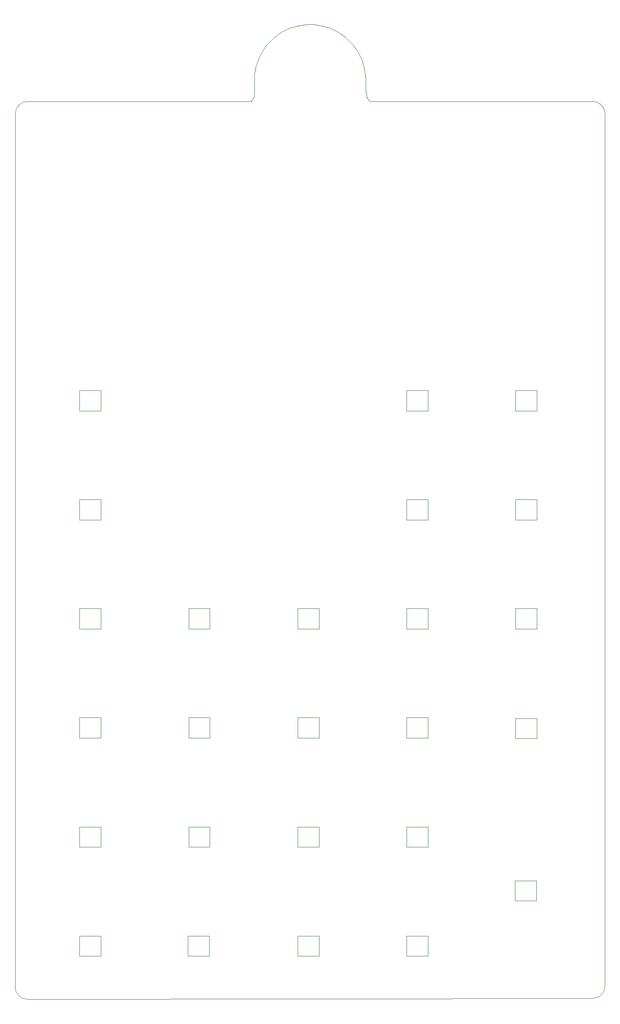
<source format=gbr>
%TF.GenerationSoftware,KiCad,Pcbnew,(5.99.0-9526-g5c17ff0595)*%
%TF.CreationDate,2021-07-05T19:36:55-05:00*%
%TF.ProjectId,Cafebabe,43616665-6261-4626-952e-6b696361645f,rev?*%
%TF.SameCoordinates,Original*%
%TF.FileFunction,Profile,NP*%
%FSLAX46Y46*%
G04 Gerber Fmt 4.6, Leading zero omitted, Abs format (unit mm)*
G04 Created by KiCad (PCBNEW (5.99.0-9526-g5c17ff0595)) date 2021-07-05 19:36:55*
%MOMM*%
%LPD*%
G01*
G04 APERTURE LIST*
%TA.AperFunction,Profile*%
%ADD10C,0.100000*%
%TD*%
%TA.AperFunction,Profile*%
%ADD11C,0.120000*%
%TD*%
G04 APERTURE END LIST*
D10*
X107450848Y-15758490D02*
X107921020Y-15624976D01*
X119859728Y-22274705D02*
X119993242Y-22744877D01*
X100339856Y-28340521D02*
X100412854Y-28120041D01*
X101090404Y-21814339D02*
X101267809Y-21364401D01*
X114692705Y-16290082D02*
X115119918Y-16508888D01*
X120701923Y-28535034D02*
X120812865Y-28705694D01*
X104857529Y-17005176D02*
X105259527Y-16747460D01*
X162944365Y-31200000D02*
X162944365Y-186344365D01*
X104469072Y-17281414D02*
X104857529Y-17005176D01*
X100934634Y-22274705D02*
X101090404Y-21814339D01*
X99807796Y-29020830D02*
X99981695Y-28885863D01*
X101685031Y-20498301D02*
X101923603Y-20083384D01*
X120377778Y-27394039D02*
X120467146Y-27897262D01*
X120942576Y-28850926D02*
X121092510Y-28968051D01*
X116325290Y-17281414D02*
X116699583Y-17575550D01*
X115534835Y-16747460D02*
X115936833Y-17005176D01*
X99981695Y-28885863D02*
X100126714Y-28725867D01*
X119328136Y-20925514D02*
X119526553Y-21364401D01*
X102181319Y-19681386D02*
X102457557Y-19292929D01*
X120305172Y-25221038D02*
X120307795Y-26296708D01*
X100540344Y-24208004D02*
X100603352Y-23712149D01*
X118336805Y-19292929D02*
X118613043Y-19681386D01*
X100489190Y-25221040D02*
X100489190Y-25221038D01*
X103735272Y-17886963D02*
X104094779Y-17575550D01*
X111906070Y-15427209D02*
X112393987Y-15514342D01*
X100526797Y-27376584D02*
X100539588Y-26836944D01*
X116699583Y-17575550D02*
X117059090Y-17886963D01*
X106101657Y-16290082D02*
X106540544Y-16091666D01*
X103391174Y-18215030D02*
X103735272Y-17886963D01*
X120292280Y-24711174D02*
X120305172Y-25221038D01*
X117731255Y-18559129D02*
X118042668Y-18918636D01*
X120328543Y-26853379D02*
X120377778Y-27394039D01*
X100245288Y-28543274D02*
X100339856Y-28340521D01*
X101923603Y-20083384D02*
X102181319Y-19681386D01*
X105259527Y-16747460D02*
X105674444Y-16508888D01*
X120608293Y-28341623D02*
X120701923Y-28535034D01*
X100801120Y-22744877D02*
X100934634Y-22274705D01*
X113343514Y-15758490D02*
X113803880Y-15914261D01*
X104094779Y-17575550D02*
X104469072Y-17281414D01*
X110907045Y-15325939D02*
X111410215Y-15364200D01*
X106540544Y-16091666D02*
X106990482Y-15914261D01*
X117403189Y-18215030D02*
X117731255Y-18559129D01*
X120307795Y-26296708D02*
X120328543Y-26853379D01*
X100412854Y-28120041D02*
X100466718Y-27884268D01*
X57900000Y-186500000D02*
X57955635Y-31200000D01*
X100603352Y-23712149D02*
X100690485Y-23224232D01*
X101267809Y-21364401D02*
X101466226Y-20925514D01*
X111410215Y-15364200D02*
X111906070Y-15427209D01*
X120191010Y-23712149D02*
X120254018Y-24208004D01*
X100539588Y-26836944D02*
X100524586Y-26284823D01*
X117059090Y-17886963D02*
X117403189Y-18215030D01*
X102457557Y-19292929D02*
X102751694Y-18918636D01*
X109384147Y-15364200D02*
X109887317Y-15325939D01*
X162944365Y-31200000D02*
G75*
G03*
X160744365Y-29000000I-2200000J0D01*
G01*
X160744365Y-188544365D02*
X60100000Y-188700000D01*
X109887317Y-15325939D02*
X110397181Y-15313047D01*
X112873342Y-15624976D02*
X113343514Y-15758490D01*
X118042668Y-18918636D02*
X118336805Y-19292929D01*
X120530519Y-28128139D02*
X120608293Y-28341623D01*
X119993242Y-22744877D02*
X120103877Y-23224232D01*
X110397181Y-15313047D02*
X110907045Y-15325939D01*
X60155635Y-29000000D02*
X99807796Y-29020830D01*
X100126714Y-28725867D02*
X100245288Y-28543274D01*
X103063107Y-18559129D02*
X103391174Y-18215030D01*
X57955635Y-31200000D02*
G75*
G02*
X60155635Y-29000000I2200000J0D01*
G01*
X120103877Y-23224232D02*
X120191010Y-23712149D01*
X101466226Y-20925514D02*
X101685031Y-20498301D01*
X119526553Y-21364401D02*
X119703958Y-21814339D01*
X112393987Y-15514342D02*
X112873342Y-15624976D01*
X120467146Y-27897262D02*
X120530519Y-28128139D01*
X121092510Y-28968051D02*
X160744365Y-29000000D01*
X100501288Y-25739696D02*
X100489190Y-25221040D01*
X100489190Y-25221038D02*
X100489190Y-25221038D01*
X108400375Y-15514342D02*
X108888292Y-15427209D01*
X118870759Y-20083384D02*
X119109331Y-20498301D01*
X115119918Y-16508888D02*
X115534835Y-16747460D01*
X107921020Y-15624976D02*
X108400375Y-15514342D01*
X120254018Y-24208004D02*
X120292280Y-24711174D01*
X114253818Y-16091666D02*
X114692705Y-16290082D01*
X57900000Y-186500000D02*
G75*
G03*
X60100000Y-188700000I2200000J0D01*
G01*
X100466718Y-27884268D02*
X100503887Y-27635638D01*
X108888292Y-15427209D02*
X109384147Y-15364200D01*
X119109331Y-20498301D02*
X119328136Y-20925514D01*
X113803880Y-15914261D02*
X114253818Y-16091666D01*
X106990482Y-15914261D02*
X107450848Y-15758490D01*
X105674444Y-16508888D02*
X106101657Y-16290082D01*
X115936833Y-17005176D02*
X116325290Y-17281414D01*
X100502082Y-24711174D02*
X100540344Y-24208004D01*
X100524586Y-26284823D02*
X100501288Y-25739696D01*
X100489190Y-25221038D02*
X100502082Y-24711174D01*
X160744365Y-188544365D02*
G75*
G03*
X162944365Y-186344365I0J2200000D01*
G01*
X100503887Y-27635638D02*
X100526797Y-27376584D01*
X118613043Y-19681386D02*
X118870759Y-20083384D01*
X102751694Y-18918636D02*
X103063107Y-18559129D01*
X100690485Y-23224232D02*
X100801120Y-22744877D01*
X120812865Y-28705694D02*
X120942576Y-28850926D01*
X119703958Y-21814339D02*
X119859728Y-22274705D01*
D11*
%TO.C,D21*%
X88800000Y-119200000D02*
X92600000Y-119200000D01*
X92600000Y-119200000D02*
X92600000Y-122800000D01*
X92600000Y-122800000D02*
X88800000Y-122800000D01*
X88800000Y-122800000D02*
X88800000Y-119200000D01*
%TO.C,D22*%
X88800000Y-158000000D02*
X92600000Y-158000000D01*
X92600000Y-158000000D02*
X92600000Y-161600000D01*
X92600000Y-161600000D02*
X88800000Y-161600000D01*
X88800000Y-161600000D02*
X88800000Y-158000000D01*
%TO.C,D10*%
X112000000Y-181000000D02*
X108200000Y-181000000D01*
X108200000Y-181000000D02*
X108200000Y-177400000D01*
X108200000Y-177400000D02*
X112000000Y-177400000D01*
X112000000Y-177400000D02*
X112000000Y-181000000D01*
%TO.C,D13*%
X92500000Y-181000000D02*
X88700000Y-181000000D01*
X88700000Y-181000000D02*
X88700000Y-177400000D01*
X88700000Y-177400000D02*
X92500000Y-177400000D01*
X92500000Y-177400000D02*
X92500000Y-181000000D01*
%TO.C,D7*%
X131400000Y-181000000D02*
X127600000Y-181000000D01*
X127600000Y-181000000D02*
X127600000Y-177400000D01*
X127600000Y-177400000D02*
X131400000Y-177400000D01*
X131400000Y-177400000D02*
X131400000Y-181000000D01*
%TO.C,D19*%
X69400000Y-119200000D02*
X73200000Y-119200000D01*
X73200000Y-119200000D02*
X73200000Y-122800000D01*
X73200000Y-122800000D02*
X69400000Y-122800000D01*
X69400000Y-122800000D02*
X69400000Y-119200000D01*
%TO.C,D24*%
X108200000Y-158000000D02*
X112000000Y-158000000D01*
X112000000Y-158000000D02*
X112000000Y-161600000D01*
X112000000Y-161600000D02*
X108200000Y-161600000D01*
X108200000Y-161600000D02*
X108200000Y-158000000D01*
%TO.C,D16*%
X73200000Y-181000000D02*
X69400000Y-181000000D01*
X69400000Y-181000000D02*
X69400000Y-177400000D01*
X69400000Y-177400000D02*
X73200000Y-177400000D01*
X73200000Y-177400000D02*
X73200000Y-181000000D01*
%TO.C,D2*%
X73200000Y-84000000D02*
X69400000Y-84000000D01*
X69400000Y-84000000D02*
X69400000Y-80400000D01*
X69400000Y-80400000D02*
X73200000Y-80400000D01*
X73200000Y-80400000D02*
X73200000Y-84000000D01*
%TO.C,D26*%
X127600000Y-158000000D02*
X131400000Y-158000000D01*
X131400000Y-158000000D02*
X131400000Y-161600000D01*
X131400000Y-161600000D02*
X127600000Y-161600000D01*
X127600000Y-161600000D02*
X127600000Y-158000000D01*
%TO.C,D12*%
X112000000Y-142200000D02*
X108200000Y-142200000D01*
X108200000Y-142200000D02*
X108200000Y-138600000D01*
X108200000Y-138600000D02*
X112000000Y-138600000D01*
X112000000Y-138600000D02*
X112000000Y-142200000D01*
%TO.C,D25*%
X127600000Y-119200000D02*
X131400000Y-119200000D01*
X131400000Y-119200000D02*
X131400000Y-122800000D01*
X131400000Y-122800000D02*
X127600000Y-122800000D01*
X127600000Y-122800000D02*
X127600000Y-119200000D01*
%TO.C,D20*%
X69400000Y-158000000D02*
X73200000Y-158000000D01*
X73200000Y-158000000D02*
X73200000Y-161600000D01*
X73200000Y-161600000D02*
X69400000Y-161600000D01*
X69400000Y-161600000D02*
X69400000Y-158000000D01*
%TO.C,D15*%
X92600000Y-142200000D02*
X88800000Y-142200000D01*
X88800000Y-142200000D02*
X88800000Y-138600000D01*
X88800000Y-138600000D02*
X92600000Y-138600000D01*
X92600000Y-138600000D02*
X92600000Y-142200000D01*
%TO.C,D5*%
X131400000Y-84000000D02*
X127600000Y-84000000D01*
X127600000Y-84000000D02*
X127600000Y-80400000D01*
X127600000Y-80400000D02*
X131400000Y-80400000D01*
X131400000Y-80400000D02*
X131400000Y-84000000D01*
%TO.C,D14*%
X127600000Y-99800000D02*
X131400000Y-99800000D01*
X131400000Y-99800000D02*
X131400000Y-103400000D01*
X131400000Y-103400000D02*
X127600000Y-103400000D01*
X127600000Y-103400000D02*
X127600000Y-99800000D01*
%TO.C,D6*%
X150800000Y-142300000D02*
X147000000Y-142300000D01*
X147000000Y-142300000D02*
X147000000Y-138700000D01*
X147000000Y-138700000D02*
X150800000Y-138700000D01*
X150800000Y-138700000D02*
X150800000Y-142300000D01*
%TO.C,D8*%
X150800000Y-84000000D02*
X147000000Y-84000000D01*
X147000000Y-84000000D02*
X147000000Y-80400000D01*
X147000000Y-80400000D02*
X150800000Y-80400000D01*
X150800000Y-80400000D02*
X150800000Y-84000000D01*
%TO.C,D9*%
X131400000Y-142200000D02*
X127600000Y-142200000D01*
X127600000Y-142200000D02*
X127600000Y-138600000D01*
X127600000Y-138600000D02*
X131400000Y-138600000D01*
X131400000Y-138600000D02*
X131400000Y-142200000D01*
%TO.C,D4*%
X150700000Y-171200000D02*
X146900000Y-171200000D01*
X146900000Y-171200000D02*
X146900000Y-167600000D01*
X146900000Y-167600000D02*
X150700000Y-167600000D01*
X150700000Y-167600000D02*
X150700000Y-171200000D01*
%TO.C,D18*%
X73200000Y-142200000D02*
X69400000Y-142200000D01*
X69400000Y-142200000D02*
X69400000Y-138600000D01*
X69400000Y-138600000D02*
X73200000Y-138600000D01*
X73200000Y-138600000D02*
X73200000Y-142200000D01*
%TO.C,D11*%
X147000000Y-99800000D02*
X150800000Y-99800000D01*
X150800000Y-99800000D02*
X150800000Y-103400000D01*
X150800000Y-103400000D02*
X147000000Y-103400000D01*
X147000000Y-103400000D02*
X147000000Y-99800000D01*
%TO.C,D3*%
X147000000Y-119200000D02*
X150800000Y-119200000D01*
X150800000Y-119200000D02*
X150800000Y-122800000D01*
X150800000Y-122800000D02*
X147000000Y-122800000D01*
X147000000Y-122800000D02*
X147000000Y-119200000D01*
%TO.C,D17*%
X69400000Y-99800000D02*
X73200000Y-99800000D01*
X73200000Y-99800000D02*
X73200000Y-103400000D01*
X73200000Y-103400000D02*
X69400000Y-103400000D01*
X69400000Y-103400000D02*
X69400000Y-99800000D01*
%TO.C,D23*%
X108200000Y-119200000D02*
X112000000Y-119200000D01*
X112000000Y-119200000D02*
X112000000Y-122800000D01*
X112000000Y-122800000D02*
X108200000Y-122800000D01*
X108200000Y-122800000D02*
X108200000Y-119200000D01*
%TD*%
M02*

</source>
